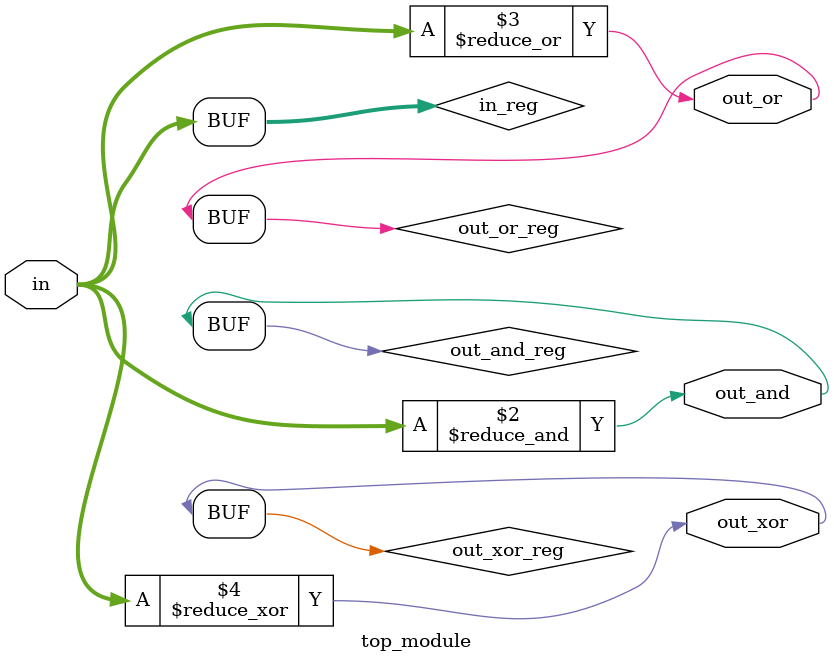
<source format=sv>
module top_module (
    input [99:0] in,
    output out_and,
    output out_or,
    output out_xor
);

reg [99:0] in_reg;
reg out_and_reg, out_or_reg, out_xor_reg;

always @(*) begin
    in_reg = in;
    out_and_reg = &in_reg;
    out_or_reg = |in_reg;
    out_xor_reg = ^in_reg;
end

assign out_and = out_and_reg;
assign out_or = out_or_reg;
assign out_xor = out_xor_reg;

endmodule

</source>
